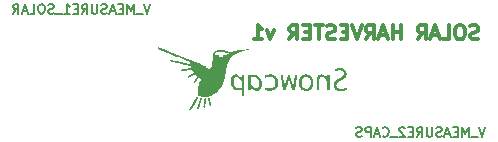
<source format=gbo>
G04 (created by PCBNEW (2013-dec-23)-stable) date Mon 21 Jul 2014 03:55:54 PM UTC*
%MOIN*%
G04 Gerber Fmt 3.4, Leading zero omitted, Abs format*
%FSLAX34Y34*%
G01*
G70*
G90*
G04 APERTURE LIST*
%ADD10C,0.00590551*%
%ADD11C,0.011811*%
%ADD12C,0.00787402*%
%ADD13C,0.0001*%
G04 APERTURE END LIST*
G54D10*
G54D11*
X26734Y-16968D02*
X26667Y-16991D01*
X26554Y-16991D01*
X26509Y-16968D01*
X26487Y-16946D01*
X26464Y-16901D01*
X26464Y-16856D01*
X26487Y-16811D01*
X26509Y-16788D01*
X26554Y-16766D01*
X26644Y-16743D01*
X26689Y-16721D01*
X26712Y-16698D01*
X26734Y-16653D01*
X26734Y-16608D01*
X26712Y-16563D01*
X26689Y-16541D01*
X26644Y-16518D01*
X26532Y-16518D01*
X26464Y-16541D01*
X26172Y-16518D02*
X26082Y-16518D01*
X26037Y-16541D01*
X25992Y-16586D01*
X25969Y-16676D01*
X25969Y-16833D01*
X25992Y-16923D01*
X26037Y-16968D01*
X26082Y-16991D01*
X26172Y-16991D01*
X26217Y-16968D01*
X26262Y-16923D01*
X26284Y-16833D01*
X26284Y-16676D01*
X26262Y-16586D01*
X26217Y-16541D01*
X26172Y-16518D01*
X25542Y-16991D02*
X25767Y-16991D01*
X25767Y-16518D01*
X25407Y-16856D02*
X25182Y-16856D01*
X25452Y-16991D02*
X25294Y-16518D01*
X25137Y-16991D01*
X24709Y-16991D02*
X24867Y-16766D01*
X24979Y-16991D02*
X24979Y-16518D01*
X24799Y-16518D01*
X24754Y-16541D01*
X24732Y-16563D01*
X24709Y-16608D01*
X24709Y-16676D01*
X24732Y-16721D01*
X24754Y-16743D01*
X24799Y-16766D01*
X24979Y-16766D01*
X24147Y-16991D02*
X24147Y-16518D01*
X24147Y-16743D02*
X23877Y-16743D01*
X23877Y-16991D02*
X23877Y-16518D01*
X23674Y-16856D02*
X23449Y-16856D01*
X23719Y-16991D02*
X23562Y-16518D01*
X23404Y-16991D01*
X22977Y-16991D02*
X23134Y-16766D01*
X23247Y-16991D02*
X23247Y-16518D01*
X23067Y-16518D01*
X23022Y-16541D01*
X22999Y-16563D01*
X22977Y-16608D01*
X22977Y-16676D01*
X22999Y-16721D01*
X23022Y-16743D01*
X23067Y-16766D01*
X23247Y-16766D01*
X22842Y-16518D02*
X22685Y-16991D01*
X22527Y-16518D01*
X22370Y-16743D02*
X22212Y-16743D01*
X22145Y-16991D02*
X22370Y-16991D01*
X22370Y-16518D01*
X22145Y-16518D01*
X21965Y-16968D02*
X21897Y-16991D01*
X21785Y-16991D01*
X21740Y-16968D01*
X21717Y-16946D01*
X21695Y-16901D01*
X21695Y-16856D01*
X21717Y-16811D01*
X21740Y-16788D01*
X21785Y-16766D01*
X21875Y-16743D01*
X21920Y-16721D01*
X21942Y-16698D01*
X21965Y-16653D01*
X21965Y-16608D01*
X21942Y-16563D01*
X21920Y-16541D01*
X21875Y-16518D01*
X21762Y-16518D01*
X21695Y-16541D01*
X21560Y-16518D02*
X21290Y-16518D01*
X21425Y-16991D02*
X21425Y-16518D01*
X21132Y-16743D02*
X20975Y-16743D01*
X20907Y-16991D02*
X21132Y-16991D01*
X21132Y-16518D01*
X20907Y-16518D01*
X20435Y-16991D02*
X20592Y-16766D01*
X20705Y-16991D02*
X20705Y-16518D01*
X20525Y-16518D01*
X20480Y-16541D01*
X20457Y-16563D01*
X20435Y-16608D01*
X20435Y-16676D01*
X20457Y-16721D01*
X20480Y-16743D01*
X20525Y-16766D01*
X20705Y-16766D01*
X19917Y-16676D02*
X19805Y-16991D01*
X19692Y-16676D01*
X19265Y-16991D02*
X19535Y-16991D01*
X19400Y-16991D02*
X19400Y-16518D01*
X19445Y-16586D01*
X19490Y-16631D01*
X19535Y-16653D01*
G54D12*
X26967Y-19912D02*
X26862Y-20227D01*
X26757Y-19912D01*
X26727Y-20257D02*
X26487Y-20257D01*
X26412Y-20227D02*
X26412Y-19912D01*
X26307Y-20137D01*
X26202Y-19912D01*
X26202Y-20227D01*
X26052Y-20062D02*
X25947Y-20062D01*
X25902Y-20227D02*
X26052Y-20227D01*
X26052Y-19912D01*
X25902Y-19912D01*
X25782Y-20137D02*
X25632Y-20137D01*
X25812Y-20227D02*
X25707Y-19912D01*
X25602Y-20227D01*
X25512Y-20212D02*
X25467Y-20227D01*
X25392Y-20227D01*
X25362Y-20212D01*
X25347Y-20197D01*
X25332Y-20167D01*
X25332Y-20137D01*
X25347Y-20107D01*
X25362Y-20092D01*
X25392Y-20077D01*
X25452Y-20062D01*
X25482Y-20047D01*
X25497Y-20032D01*
X25512Y-20002D01*
X25512Y-19972D01*
X25497Y-19942D01*
X25482Y-19927D01*
X25452Y-19912D01*
X25377Y-19912D01*
X25332Y-19927D01*
X25197Y-19912D02*
X25197Y-20167D01*
X25182Y-20197D01*
X25167Y-20212D01*
X25137Y-20227D01*
X25077Y-20227D01*
X25047Y-20212D01*
X25032Y-20197D01*
X25017Y-20167D01*
X25017Y-19912D01*
X24687Y-20227D02*
X24792Y-20077D01*
X24867Y-20227D02*
X24867Y-19912D01*
X24747Y-19912D01*
X24717Y-19927D01*
X24702Y-19942D01*
X24687Y-19972D01*
X24687Y-20017D01*
X24702Y-20047D01*
X24717Y-20062D01*
X24747Y-20077D01*
X24867Y-20077D01*
X24552Y-20062D02*
X24447Y-20062D01*
X24402Y-20227D02*
X24552Y-20227D01*
X24552Y-19912D01*
X24402Y-19912D01*
X24282Y-19942D02*
X24267Y-19927D01*
X24237Y-19912D01*
X24162Y-19912D01*
X24132Y-19927D01*
X24117Y-19942D01*
X24102Y-19972D01*
X24102Y-20002D01*
X24117Y-20047D01*
X24297Y-20227D01*
X24102Y-20227D01*
X24042Y-20257D02*
X23802Y-20257D01*
X23547Y-20197D02*
X23562Y-20212D01*
X23607Y-20227D01*
X23637Y-20227D01*
X23682Y-20212D01*
X23712Y-20182D01*
X23727Y-20152D01*
X23742Y-20092D01*
X23742Y-20047D01*
X23727Y-19987D01*
X23712Y-19957D01*
X23682Y-19927D01*
X23637Y-19912D01*
X23607Y-19912D01*
X23562Y-19927D01*
X23547Y-19942D01*
X23427Y-20137D02*
X23277Y-20137D01*
X23457Y-20227D02*
X23352Y-19912D01*
X23247Y-20227D01*
X23142Y-20227D02*
X23142Y-19912D01*
X23022Y-19912D01*
X22992Y-19927D01*
X22977Y-19942D01*
X22962Y-19972D01*
X22962Y-20017D01*
X22977Y-20047D01*
X22992Y-20062D01*
X23022Y-20077D01*
X23142Y-20077D01*
X22842Y-20212D02*
X22797Y-20227D01*
X22722Y-20227D01*
X22692Y-20212D01*
X22677Y-20197D01*
X22662Y-20167D01*
X22662Y-20137D01*
X22677Y-20107D01*
X22692Y-20092D01*
X22722Y-20077D01*
X22782Y-20062D01*
X22812Y-20047D01*
X22827Y-20032D01*
X22842Y-20002D01*
X22842Y-19972D01*
X22827Y-19942D01*
X22812Y-19927D01*
X22782Y-19912D01*
X22707Y-19912D01*
X22662Y-19927D01*
X15802Y-15812D02*
X15697Y-16127D01*
X15592Y-15812D01*
X15562Y-16157D02*
X15322Y-16157D01*
X15247Y-16127D02*
X15247Y-15812D01*
X15142Y-16037D01*
X15037Y-15812D01*
X15037Y-16127D01*
X14887Y-15962D02*
X14782Y-15962D01*
X14737Y-16127D02*
X14887Y-16127D01*
X14887Y-15812D01*
X14737Y-15812D01*
X14617Y-16037D02*
X14467Y-16037D01*
X14647Y-16127D02*
X14542Y-15812D01*
X14437Y-16127D01*
X14347Y-16112D02*
X14302Y-16127D01*
X14227Y-16127D01*
X14197Y-16112D01*
X14182Y-16097D01*
X14167Y-16067D01*
X14167Y-16037D01*
X14182Y-16007D01*
X14197Y-15992D01*
X14227Y-15977D01*
X14287Y-15962D01*
X14317Y-15947D01*
X14332Y-15932D01*
X14347Y-15902D01*
X14347Y-15872D01*
X14332Y-15842D01*
X14317Y-15827D01*
X14287Y-15812D01*
X14212Y-15812D01*
X14167Y-15827D01*
X14032Y-15812D02*
X14032Y-16067D01*
X14017Y-16097D01*
X14002Y-16112D01*
X13972Y-16127D01*
X13912Y-16127D01*
X13882Y-16112D01*
X13867Y-16097D01*
X13852Y-16067D01*
X13852Y-15812D01*
X13522Y-16127D02*
X13627Y-15977D01*
X13702Y-16127D02*
X13702Y-15812D01*
X13582Y-15812D01*
X13552Y-15827D01*
X13537Y-15842D01*
X13522Y-15872D01*
X13522Y-15917D01*
X13537Y-15947D01*
X13552Y-15962D01*
X13582Y-15977D01*
X13702Y-15977D01*
X13387Y-15962D02*
X13282Y-15962D01*
X13237Y-16127D02*
X13387Y-16127D01*
X13387Y-15812D01*
X13237Y-15812D01*
X12937Y-16127D02*
X13117Y-16127D01*
X13027Y-16127D02*
X13027Y-15812D01*
X13057Y-15857D01*
X13087Y-15887D01*
X13117Y-15902D01*
X12877Y-16157D02*
X12637Y-16157D01*
X12577Y-16112D02*
X12532Y-16127D01*
X12457Y-16127D01*
X12427Y-16112D01*
X12412Y-16097D01*
X12397Y-16067D01*
X12397Y-16037D01*
X12412Y-16007D01*
X12427Y-15992D01*
X12457Y-15977D01*
X12517Y-15962D01*
X12547Y-15947D01*
X12562Y-15932D01*
X12577Y-15902D01*
X12577Y-15872D01*
X12562Y-15842D01*
X12547Y-15827D01*
X12517Y-15812D01*
X12442Y-15812D01*
X12397Y-15827D01*
X12202Y-15812D02*
X12142Y-15812D01*
X12112Y-15827D01*
X12082Y-15857D01*
X12067Y-15917D01*
X12067Y-16022D01*
X12082Y-16082D01*
X12112Y-16112D01*
X12142Y-16127D01*
X12202Y-16127D01*
X12232Y-16112D01*
X12262Y-16082D01*
X12277Y-16022D01*
X12277Y-15917D01*
X12262Y-15857D01*
X12232Y-15827D01*
X12202Y-15812D01*
X11782Y-16127D02*
X11932Y-16127D01*
X11932Y-15812D01*
X11692Y-16037D02*
X11542Y-16037D01*
X11722Y-16127D02*
X11617Y-15812D01*
X11512Y-16127D01*
X11227Y-16127D02*
X11332Y-15977D01*
X11407Y-16127D02*
X11407Y-15812D01*
X11287Y-15812D01*
X11257Y-15827D01*
X11242Y-15842D01*
X11227Y-15872D01*
X11227Y-15917D01*
X11242Y-15947D01*
X11257Y-15962D01*
X11287Y-15977D01*
X11407Y-15977D01*
G54D13*
G36*
X17388Y-18922D02*
X17386Y-18929D01*
X17382Y-18941D01*
X17376Y-18958D01*
X17367Y-18977D01*
X17357Y-18999D01*
X17345Y-19024D01*
X17332Y-19049D01*
X17319Y-19075D01*
X17305Y-19102D01*
X17291Y-19127D01*
X17278Y-19151D01*
X17267Y-19169D01*
X17253Y-19193D01*
X17238Y-19217D01*
X17222Y-19241D01*
X17206Y-19265D01*
X17191Y-19286D01*
X17177Y-19306D01*
X17165Y-19322D01*
X17155Y-19335D01*
X17148Y-19342D01*
X17137Y-19349D01*
X17125Y-19350D01*
X17116Y-19348D01*
X17109Y-19343D01*
X17103Y-19336D01*
X17099Y-19328D01*
X17099Y-19319D01*
X17102Y-19309D01*
X17110Y-19295D01*
X17121Y-19280D01*
X17159Y-19226D01*
X17197Y-19168D01*
X17233Y-19107D01*
X17267Y-19044D01*
X17298Y-18981D01*
X17311Y-18954D01*
X17318Y-18937D01*
X17325Y-18923D01*
X17331Y-18911D01*
X17336Y-18902D01*
X17338Y-18900D01*
X17348Y-18893D01*
X17359Y-18891D01*
X17370Y-18893D01*
X17380Y-18900D01*
X17386Y-18911D01*
X17388Y-18922D01*
X17388Y-18922D01*
X17388Y-18922D01*
G37*
G36*
X17519Y-18963D02*
X17518Y-18970D01*
X17517Y-18976D01*
X17514Y-18986D01*
X17509Y-19001D01*
X17504Y-19020D01*
X17497Y-19042D01*
X17489Y-19067D01*
X17481Y-19094D01*
X17473Y-19121D01*
X17465Y-19149D01*
X17456Y-19177D01*
X17448Y-19203D01*
X17440Y-19228D01*
X17433Y-19251D01*
X17427Y-19270D01*
X17423Y-19285D01*
X17419Y-19296D01*
X17417Y-19301D01*
X17411Y-19314D01*
X17401Y-19322D01*
X17389Y-19324D01*
X17387Y-19324D01*
X17375Y-19322D01*
X17367Y-19317D01*
X17361Y-19307D01*
X17359Y-19297D01*
X17360Y-19292D01*
X17363Y-19282D01*
X17367Y-19267D01*
X17372Y-19249D01*
X17379Y-19227D01*
X17386Y-19202D01*
X17394Y-19175D01*
X17402Y-19148D01*
X17410Y-19119D01*
X17419Y-19091D01*
X17427Y-19064D01*
X17435Y-19038D01*
X17442Y-19014D01*
X17449Y-18994D01*
X17455Y-18977D01*
X17459Y-18964D01*
X17462Y-18956D01*
X17462Y-18955D01*
X17470Y-18944D01*
X17480Y-18938D01*
X17492Y-18937D01*
X17503Y-18940D01*
X17513Y-18949D01*
X17517Y-18955D01*
X17519Y-18963D01*
X17519Y-18963D01*
X17519Y-18963D01*
G37*
G36*
X17657Y-18988D02*
X17656Y-18997D01*
X17655Y-19010D01*
X17654Y-19027D01*
X17652Y-19049D01*
X17649Y-19075D01*
X17646Y-19101D01*
X17643Y-19129D01*
X17641Y-19155D01*
X17638Y-19178D01*
X17636Y-19199D01*
X17634Y-19216D01*
X17633Y-19228D01*
X17632Y-19235D01*
X17632Y-19236D01*
X17628Y-19245D01*
X17622Y-19254D01*
X17621Y-19255D01*
X17610Y-19263D01*
X17599Y-19264D01*
X17587Y-19259D01*
X17583Y-19256D01*
X17580Y-19253D01*
X17578Y-19250D01*
X17576Y-19247D01*
X17574Y-19242D01*
X17574Y-19236D01*
X17574Y-19228D01*
X17574Y-19216D01*
X17575Y-19202D01*
X17577Y-19183D01*
X17579Y-19160D01*
X17582Y-19131D01*
X17585Y-19098D01*
X17586Y-19091D01*
X17590Y-19057D01*
X17593Y-19029D01*
X17596Y-19006D01*
X17598Y-18988D01*
X17600Y-18975D01*
X17602Y-18967D01*
X17604Y-18963D01*
X17604Y-18963D01*
X17613Y-18954D01*
X17624Y-18950D01*
X17636Y-18951D01*
X17646Y-18957D01*
X17653Y-18965D01*
X17655Y-18968D01*
X17656Y-18971D01*
X17656Y-18975D01*
X17657Y-18980D01*
X17657Y-18988D01*
X17657Y-18988D01*
X17657Y-18988D01*
G37*
G36*
X17844Y-19177D02*
X17843Y-19181D01*
X17838Y-19192D01*
X17830Y-19200D01*
X17818Y-19204D01*
X17807Y-19204D01*
X17798Y-19200D01*
X17791Y-19192D01*
X17782Y-19178D01*
X17773Y-19160D01*
X17765Y-19138D01*
X17758Y-19113D01*
X17757Y-19110D01*
X17752Y-19091D01*
X17748Y-19069D01*
X17744Y-19044D01*
X17741Y-19020D01*
X17739Y-18997D01*
X17738Y-18979D01*
X17738Y-18975D01*
X17738Y-18962D01*
X17739Y-18953D01*
X17740Y-18948D01*
X17744Y-18943D01*
X17747Y-18940D01*
X17758Y-18932D01*
X17770Y-18930D01*
X17783Y-18935D01*
X17787Y-18938D01*
X17791Y-18941D01*
X17793Y-18946D01*
X17795Y-18952D01*
X17796Y-18962D01*
X17798Y-18977D01*
X17798Y-18978D01*
X17802Y-19022D01*
X17808Y-19060D01*
X17815Y-19093D01*
X17824Y-19122D01*
X17834Y-19147D01*
X17840Y-19160D01*
X17843Y-19170D01*
X17844Y-19177D01*
X17844Y-19177D01*
X17844Y-19177D01*
G37*
G36*
X19102Y-17332D02*
X19102Y-17335D01*
X19099Y-17337D01*
X19093Y-17338D01*
X19083Y-17339D01*
X19072Y-17340D01*
X19041Y-17342D01*
X19013Y-17345D01*
X18987Y-17349D01*
X18961Y-17354D01*
X18934Y-17360D01*
X18904Y-17368D01*
X18870Y-17377D01*
X18850Y-17383D01*
X18812Y-17396D01*
X18771Y-17411D01*
X18729Y-17428D01*
X18688Y-17447D01*
X18648Y-17467D01*
X18611Y-17487D01*
X18577Y-17507D01*
X18548Y-17526D01*
X18546Y-17528D01*
X18539Y-17534D01*
X18529Y-17545D01*
X18518Y-17559D01*
X18505Y-17577D01*
X18491Y-17596D01*
X18478Y-17615D01*
X18470Y-17626D01*
X18470Y-17479D01*
X18440Y-17467D01*
X18414Y-17458D01*
X18383Y-17448D01*
X18350Y-17438D01*
X18316Y-17428D01*
X18282Y-17420D01*
X18251Y-17413D01*
X18223Y-17407D01*
X18215Y-17406D01*
X18196Y-17404D01*
X18173Y-17402D01*
X18149Y-17401D01*
X18123Y-17401D01*
X18099Y-17401D01*
X18076Y-17402D01*
X18058Y-17404D01*
X18047Y-17406D01*
X18025Y-17412D01*
X18004Y-17421D01*
X17985Y-17431D01*
X17971Y-17443D01*
X17959Y-17458D01*
X17951Y-17480D01*
X17947Y-17498D01*
X17945Y-17511D01*
X17963Y-17520D01*
X17971Y-17524D01*
X17978Y-17526D01*
X17985Y-17527D01*
X17994Y-17528D01*
X18007Y-17527D01*
X18016Y-17527D01*
X18034Y-17525D01*
X18054Y-17523D01*
X18071Y-17521D01*
X18079Y-17520D01*
X18092Y-17518D01*
X18102Y-17517D01*
X18108Y-17516D01*
X18109Y-17517D01*
X18108Y-17518D01*
X18107Y-17518D01*
X18103Y-17521D01*
X18099Y-17528D01*
X18095Y-17536D01*
X18094Y-17543D01*
X18094Y-17543D01*
X18097Y-17552D01*
X18104Y-17560D01*
X18114Y-17568D01*
X18121Y-17571D01*
X18136Y-17574D01*
X18155Y-17574D01*
X18175Y-17572D01*
X18194Y-17567D01*
X18199Y-17565D01*
X18210Y-17559D01*
X18217Y-17553D01*
X18221Y-17546D01*
X18221Y-17545D01*
X18224Y-17534D01*
X18221Y-17523D01*
X18213Y-17514D01*
X18210Y-17511D01*
X18199Y-17503D01*
X18224Y-17503D01*
X18238Y-17502D01*
X18256Y-17501D01*
X18279Y-17500D01*
X18305Y-17497D01*
X18332Y-17495D01*
X18360Y-17492D01*
X18387Y-17490D01*
X18412Y-17487D01*
X18435Y-17484D01*
X18454Y-17481D01*
X18455Y-17481D01*
X18470Y-17479D01*
X18470Y-17626D01*
X18464Y-17635D01*
X18452Y-17653D01*
X18442Y-17670D01*
X18435Y-17684D01*
X18435Y-17684D01*
X18417Y-17720D01*
X18402Y-17756D01*
X18387Y-17792D01*
X18374Y-17829D01*
X18362Y-17868D01*
X18351Y-17909D01*
X18340Y-17954D01*
X18330Y-18002D01*
X18320Y-18055D01*
X18310Y-18112D01*
X18302Y-18163D01*
X18295Y-18205D01*
X18289Y-18241D01*
X18283Y-18273D01*
X18277Y-18300D01*
X18272Y-18326D01*
X18266Y-18349D01*
X18259Y-18370D01*
X18252Y-18392D01*
X18244Y-18413D01*
X18240Y-18423D01*
X18220Y-18471D01*
X18200Y-18515D01*
X18179Y-18555D01*
X18157Y-18591D01*
X18132Y-18626D01*
X18105Y-18659D01*
X18074Y-18693D01*
X18044Y-18723D01*
X18002Y-18761D01*
X17961Y-18793D01*
X17919Y-18821D01*
X17875Y-18845D01*
X17846Y-18859D01*
X17821Y-18870D01*
X17799Y-18878D01*
X17778Y-18885D01*
X17758Y-18890D01*
X17736Y-18894D01*
X17711Y-18897D01*
X17682Y-18900D01*
X17638Y-18903D01*
X17600Y-18905D01*
X17566Y-18904D01*
X17539Y-18901D01*
X17536Y-18900D01*
X17517Y-18897D01*
X17497Y-18892D01*
X17477Y-18887D01*
X17458Y-18882D01*
X17442Y-18876D01*
X17429Y-18872D01*
X17424Y-18869D01*
X17415Y-18862D01*
X17404Y-18853D01*
X17397Y-18847D01*
X17383Y-18832D01*
X17382Y-18799D01*
X17382Y-18747D01*
X17387Y-18692D01*
X17395Y-18634D01*
X17406Y-18574D01*
X17421Y-18513D01*
X17439Y-18453D01*
X17459Y-18393D01*
X17482Y-18335D01*
X17490Y-18318D01*
X17498Y-18300D01*
X17457Y-18275D01*
X17443Y-18266D01*
X17431Y-18259D01*
X17421Y-18253D01*
X17416Y-18250D01*
X17415Y-18250D01*
X17413Y-18252D01*
X17408Y-18259D01*
X17401Y-18271D01*
X17392Y-18286D01*
X17381Y-18303D01*
X17369Y-18323D01*
X17362Y-18334D01*
X17349Y-18355D01*
X17337Y-18375D01*
X17325Y-18393D01*
X17315Y-18408D01*
X17307Y-18420D01*
X17302Y-18427D01*
X17301Y-18428D01*
X17290Y-18437D01*
X17278Y-18439D01*
X17267Y-18434D01*
X17261Y-18430D01*
X17257Y-18425D01*
X17253Y-18421D01*
X17252Y-18416D01*
X17252Y-18410D01*
X17253Y-18402D01*
X17257Y-18393D01*
X17264Y-18380D01*
X17273Y-18364D01*
X17285Y-18344D01*
X17300Y-18319D01*
X17307Y-18307D01*
X17320Y-18286D01*
X17332Y-18266D01*
X17343Y-18249D01*
X17351Y-18235D01*
X17357Y-18224D01*
X17361Y-18218D01*
X17362Y-18217D01*
X17355Y-18212D01*
X17345Y-18204D01*
X17333Y-18194D01*
X17321Y-18183D01*
X17310Y-18173D01*
X17304Y-18167D01*
X17295Y-18158D01*
X17288Y-18150D01*
X17283Y-18146D01*
X17282Y-18146D01*
X17279Y-18147D01*
X17272Y-18152D01*
X17260Y-18159D01*
X17245Y-18169D01*
X17227Y-18181D01*
X17207Y-18194D01*
X17187Y-18207D01*
X17161Y-18224D01*
X17139Y-18239D01*
X17121Y-18250D01*
X17107Y-18258D01*
X17096Y-18264D01*
X17087Y-18267D01*
X17081Y-18269D01*
X17075Y-18268D01*
X17071Y-18266D01*
X17066Y-18262D01*
X17063Y-18259D01*
X17055Y-18248D01*
X17054Y-18236D01*
X17059Y-18224D01*
X17059Y-18224D01*
X17063Y-18220D01*
X17072Y-18213D01*
X17084Y-18204D01*
X17100Y-18193D01*
X17118Y-18180D01*
X17139Y-18166D01*
X17156Y-18154D01*
X17248Y-18094D01*
X17224Y-18051D01*
X17215Y-18036D01*
X17208Y-18023D01*
X17202Y-18013D01*
X17199Y-18007D01*
X17198Y-18006D01*
X17195Y-18006D01*
X17186Y-18007D01*
X17172Y-18008D01*
X17153Y-18010D01*
X17131Y-18013D01*
X17105Y-18016D01*
X17076Y-18019D01*
X17046Y-18023D01*
X17030Y-18026D01*
X16998Y-18030D01*
X16967Y-18034D01*
X16939Y-18037D01*
X16914Y-18041D01*
X16892Y-18043D01*
X16874Y-18045D01*
X16861Y-18047D01*
X16853Y-18048D01*
X16852Y-18048D01*
X16839Y-18045D01*
X16830Y-18037D01*
X16825Y-18025D01*
X16825Y-18023D01*
X16825Y-18009D01*
X16831Y-17998D01*
X16842Y-17992D01*
X16846Y-17991D01*
X16856Y-17989D01*
X16870Y-17987D01*
X16889Y-17984D01*
X16911Y-17981D01*
X16935Y-17977D01*
X16962Y-17974D01*
X16989Y-17970D01*
X17017Y-17966D01*
X17044Y-17962D01*
X17071Y-17959D01*
X17095Y-17955D01*
X17117Y-17953D01*
X17136Y-17950D01*
X17150Y-17948D01*
X17160Y-17947D01*
X17164Y-17947D01*
X17166Y-17947D01*
X17167Y-17946D01*
X17166Y-17943D01*
X17165Y-17937D01*
X17161Y-17927D01*
X17156Y-17913D01*
X17153Y-17904D01*
X17142Y-17873D01*
X16814Y-17802D01*
X16769Y-17792D01*
X16726Y-17783D01*
X16685Y-17774D01*
X16646Y-17765D01*
X16611Y-17757D01*
X16579Y-17750D01*
X16550Y-17744D01*
X16525Y-17738D01*
X16505Y-17734D01*
X16490Y-17730D01*
X16481Y-17728D01*
X16477Y-17726D01*
X16467Y-17719D01*
X16462Y-17709D01*
X16461Y-17701D01*
X16464Y-17688D01*
X16472Y-17679D01*
X16483Y-17674D01*
X16491Y-17673D01*
X16496Y-17673D01*
X16506Y-17675D01*
X16522Y-17678D01*
X16543Y-17683D01*
X16568Y-17688D01*
X16597Y-17694D01*
X16630Y-17701D01*
X16666Y-17708D01*
X16704Y-17716D01*
X16745Y-17725D01*
X16787Y-17734D01*
X16814Y-17740D01*
X16857Y-17749D01*
X16899Y-17758D01*
X16938Y-17767D01*
X16975Y-17775D01*
X17008Y-17782D01*
X17038Y-17788D01*
X17065Y-17794D01*
X17087Y-17799D01*
X17105Y-17803D01*
X17117Y-17805D01*
X17124Y-17807D01*
X17125Y-17807D01*
X17125Y-17804D01*
X17124Y-17795D01*
X17123Y-17784D01*
X17121Y-17769D01*
X17121Y-17769D01*
X17118Y-17753D01*
X17116Y-17742D01*
X17114Y-17735D01*
X17112Y-17731D01*
X17109Y-17729D01*
X17104Y-17727D01*
X17095Y-17724D01*
X17081Y-17718D01*
X17063Y-17712D01*
X17043Y-17704D01*
X17020Y-17695D01*
X17005Y-17689D01*
X16947Y-17667D01*
X16885Y-17642D01*
X16819Y-17616D01*
X16750Y-17589D01*
X16679Y-17560D01*
X16607Y-17531D01*
X16535Y-17502D01*
X16464Y-17473D01*
X16395Y-17445D01*
X16387Y-17441D01*
X16352Y-17427D01*
X16317Y-17412D01*
X16282Y-17398D01*
X16249Y-17384D01*
X16219Y-17372D01*
X16191Y-17360D01*
X16167Y-17350D01*
X16147Y-17342D01*
X16132Y-17336D01*
X16130Y-17335D01*
X16111Y-17327D01*
X16094Y-17320D01*
X16079Y-17313D01*
X16068Y-17308D01*
X16062Y-17304D01*
X16061Y-17304D01*
X16054Y-17294D01*
X16052Y-17283D01*
X16054Y-17271D01*
X16060Y-17261D01*
X16069Y-17254D01*
X16070Y-17254D01*
X16074Y-17253D01*
X16078Y-17252D01*
X16082Y-17252D01*
X16087Y-17254D01*
X16095Y-17256D01*
X16105Y-17260D01*
X16119Y-17265D01*
X16137Y-17273D01*
X16160Y-17282D01*
X16168Y-17285D01*
X16247Y-17318D01*
X16324Y-17350D01*
X16399Y-17381D01*
X16472Y-17411D01*
X16543Y-17440D01*
X16611Y-17467D01*
X16676Y-17494D01*
X16739Y-17519D01*
X16797Y-17542D01*
X16853Y-17564D01*
X16904Y-17585D01*
X16952Y-17604D01*
X16995Y-17620D01*
X17034Y-17635D01*
X17068Y-17648D01*
X17097Y-17659D01*
X17121Y-17668D01*
X17140Y-17674D01*
X17151Y-17678D01*
X17172Y-17684D01*
X17198Y-17693D01*
X17228Y-17703D01*
X17259Y-17714D01*
X17292Y-17727D01*
X17326Y-17739D01*
X17358Y-17752D01*
X17388Y-17764D01*
X17416Y-17776D01*
X17416Y-17776D01*
X17453Y-17792D01*
X17491Y-17811D01*
X17530Y-17830D01*
X17569Y-17850D01*
X17606Y-17871D01*
X17642Y-17891D01*
X17675Y-17910D01*
X17704Y-17929D01*
X17728Y-17946D01*
X17741Y-17956D01*
X17760Y-17970D01*
X17792Y-17945D01*
X17808Y-17933D01*
X17820Y-17923D01*
X17829Y-17916D01*
X17835Y-17910D01*
X17839Y-17905D01*
X17843Y-17900D01*
X17845Y-17896D01*
X17850Y-17884D01*
X17855Y-17871D01*
X17859Y-17855D01*
X17863Y-17837D01*
X17866Y-17815D01*
X17869Y-17790D01*
X17871Y-17760D01*
X17874Y-17726D01*
X17876Y-17686D01*
X17878Y-17641D01*
X17878Y-17640D01*
X17880Y-17601D01*
X17881Y-17569D01*
X17883Y-17541D01*
X17885Y-17518D01*
X17887Y-17499D01*
X17889Y-17483D01*
X17892Y-17469D01*
X17894Y-17457D01*
X17898Y-17447D01*
X17898Y-17446D01*
X17911Y-17420D01*
X17930Y-17398D01*
X17953Y-17379D01*
X17982Y-17364D01*
X18015Y-17352D01*
X18053Y-17344D01*
X18070Y-17342D01*
X18093Y-17340D01*
X18120Y-17339D01*
X18150Y-17340D01*
X18180Y-17342D01*
X18209Y-17344D01*
X18226Y-17347D01*
X18253Y-17351D01*
X18284Y-17358D01*
X18317Y-17366D01*
X18352Y-17375D01*
X18387Y-17385D01*
X18419Y-17395D01*
X18448Y-17405D01*
X18460Y-17410D01*
X18473Y-17415D01*
X18484Y-17419D01*
X18492Y-17422D01*
X18495Y-17423D01*
X18499Y-17422D01*
X18509Y-17419D01*
X18521Y-17415D01*
X18536Y-17409D01*
X18540Y-17407D01*
X18579Y-17391D01*
X18619Y-17378D01*
X18659Y-17366D01*
X18700Y-17356D01*
X18744Y-17347D01*
X18791Y-17340D01*
X18842Y-17334D01*
X18897Y-17330D01*
X18957Y-17327D01*
X18984Y-17325D01*
X19015Y-17324D01*
X19040Y-17324D01*
X19060Y-17323D01*
X19075Y-17324D01*
X19087Y-17324D01*
X19094Y-17325D01*
X19099Y-17327D01*
X19102Y-17329D01*
X19102Y-17332D01*
X19102Y-17332D01*
X19102Y-17332D01*
G37*
G36*
X18935Y-18889D02*
X18891Y-18889D01*
X18847Y-18889D01*
X18847Y-18788D01*
X18847Y-18687D01*
X18847Y-18611D01*
X18847Y-18498D01*
X18847Y-18384D01*
X18827Y-18354D01*
X18805Y-18324D01*
X18783Y-18299D01*
X18759Y-18277D01*
X18736Y-18260D01*
X18713Y-18247D01*
X18690Y-18240D01*
X18669Y-18238D01*
X18666Y-18238D01*
X18645Y-18243D01*
X18627Y-18253D01*
X18611Y-18269D01*
X18598Y-18289D01*
X18588Y-18314D01*
X18581Y-18342D01*
X18577Y-18375D01*
X18577Y-18407D01*
X18580Y-18445D01*
X18587Y-18479D01*
X18597Y-18508D01*
X18612Y-18535D01*
X18630Y-18559D01*
X18640Y-18570D01*
X18660Y-18588D01*
X18680Y-18602D01*
X18700Y-18611D01*
X18717Y-18617D01*
X18732Y-18619D01*
X18751Y-18621D01*
X18773Y-18621D01*
X18795Y-18620D01*
X18816Y-18617D01*
X18819Y-18616D01*
X18847Y-18611D01*
X18847Y-18687D01*
X18838Y-18689D01*
X18828Y-18690D01*
X18813Y-18691D01*
X18794Y-18692D01*
X18774Y-18693D01*
X18754Y-18693D01*
X18734Y-18693D01*
X18717Y-18692D01*
X18704Y-18691D01*
X18700Y-18691D01*
X18663Y-18681D01*
X18628Y-18665D01*
X18597Y-18644D01*
X18568Y-18618D01*
X18543Y-18586D01*
X18521Y-18548D01*
X18518Y-18544D01*
X18503Y-18509D01*
X18493Y-18473D01*
X18486Y-18433D01*
X18483Y-18390D01*
X18483Y-18379D01*
X18484Y-18348D01*
X18486Y-18321D01*
X18491Y-18298D01*
X18497Y-18276D01*
X18507Y-18254D01*
X18508Y-18251D01*
X18517Y-18235D01*
X18525Y-18222D01*
X18535Y-18210D01*
X18545Y-18201D01*
X18568Y-18182D01*
X18591Y-18168D01*
X18614Y-18160D01*
X18640Y-18156D01*
X18641Y-18156D01*
X18664Y-18156D01*
X18685Y-18159D01*
X18706Y-18165D01*
X18730Y-18175D01*
X18737Y-18179D01*
X18771Y-18200D01*
X18802Y-18227D01*
X18827Y-18255D01*
X18847Y-18281D01*
X18848Y-18225D01*
X18849Y-18169D01*
X18892Y-18168D01*
X18935Y-18167D01*
X18935Y-18528D01*
X18935Y-18889D01*
X18935Y-18889D01*
X18935Y-18889D01*
G37*
G36*
X22352Y-18584D02*
X22351Y-18629D01*
X22350Y-18673D01*
X22317Y-18684D01*
X22286Y-18693D01*
X22259Y-18700D01*
X22232Y-18704D01*
X22204Y-18707D01*
X22180Y-18708D01*
X22161Y-18708D01*
X22142Y-18708D01*
X22125Y-18708D01*
X22112Y-18707D01*
X22109Y-18706D01*
X22069Y-18699D01*
X22033Y-18687D01*
X22001Y-18671D01*
X21974Y-18650D01*
X21951Y-18625D01*
X21933Y-18595D01*
X21932Y-18594D01*
X21923Y-18571D01*
X21917Y-18548D01*
X21914Y-18522D01*
X21914Y-18505D01*
X21916Y-18472D01*
X21924Y-18442D01*
X21937Y-18413D01*
X21957Y-18386D01*
X21967Y-18375D01*
X21975Y-18366D01*
X21984Y-18358D01*
X21993Y-18350D01*
X22005Y-18342D01*
X22020Y-18332D01*
X22037Y-18320D01*
X22059Y-18307D01*
X22085Y-18291D01*
X22092Y-18287D01*
X22126Y-18267D01*
X22154Y-18249D01*
X22178Y-18233D01*
X22198Y-18219D01*
X22214Y-18206D01*
X22226Y-18194D01*
X22235Y-18182D01*
X22242Y-18170D01*
X22246Y-18158D01*
X22248Y-18145D01*
X22249Y-18131D01*
X22249Y-18127D01*
X22248Y-18105D01*
X22243Y-18087D01*
X22235Y-18071D01*
X22221Y-18056D01*
X22200Y-18039D01*
X22174Y-18026D01*
X22145Y-18019D01*
X22112Y-18017D01*
X22098Y-18018D01*
X22053Y-18023D01*
X22011Y-18032D01*
X21991Y-18038D01*
X21979Y-18042D01*
X21969Y-18044D01*
X21963Y-18045D01*
X21962Y-18045D01*
X21962Y-18042D01*
X21961Y-18033D01*
X21961Y-18021D01*
X21961Y-18006D01*
X21961Y-17969D01*
X21970Y-17966D01*
X21989Y-17960D01*
X22013Y-17954D01*
X22041Y-17950D01*
X22070Y-17947D01*
X22099Y-17946D01*
X22126Y-17946D01*
X22147Y-17947D01*
X22182Y-17951D01*
X22212Y-17958D01*
X22237Y-17968D01*
X22260Y-17980D01*
X22281Y-17997D01*
X22291Y-18006D01*
X22312Y-18030D01*
X22327Y-18057D01*
X22338Y-18087D01*
X22343Y-18119D01*
X22343Y-18138D01*
X22340Y-18171D01*
X22332Y-18202D01*
X22317Y-18232D01*
X22296Y-18260D01*
X22286Y-18270D01*
X22275Y-18281D01*
X22264Y-18290D01*
X22252Y-18300D01*
X22238Y-18310D01*
X22221Y-18321D01*
X22200Y-18334D01*
X22174Y-18349D01*
X22170Y-18350D01*
X22135Y-18371D01*
X22104Y-18390D01*
X22079Y-18408D01*
X22058Y-18424D01*
X22041Y-18439D01*
X22028Y-18454D01*
X22019Y-18468D01*
X22012Y-18483D01*
X22008Y-18499D01*
X22006Y-18510D01*
X22007Y-18534D01*
X22013Y-18557D01*
X22024Y-18579D01*
X22039Y-18598D01*
X22041Y-18600D01*
X22056Y-18611D01*
X22076Y-18621D01*
X22099Y-18629D01*
X22124Y-18635D01*
X22148Y-18637D01*
X22152Y-18637D01*
X22180Y-18635D01*
X22212Y-18631D01*
X22245Y-18623D01*
X22280Y-18613D01*
X22313Y-18601D01*
X22323Y-18597D01*
X22352Y-18584D01*
X22352Y-18584D01*
X22352Y-18584D01*
G37*
G36*
X19523Y-18461D02*
X19522Y-18505D01*
X19516Y-18548D01*
X19515Y-18555D01*
X19511Y-18570D01*
X19507Y-18585D01*
X19502Y-18598D01*
X19502Y-18599D01*
X19486Y-18626D01*
X19467Y-18650D01*
X19443Y-18671D01*
X19429Y-18680D01*
X19429Y-18467D01*
X19428Y-18442D01*
X19426Y-18418D01*
X19423Y-18397D01*
X19421Y-18387D01*
X19412Y-18356D01*
X19400Y-18329D01*
X19384Y-18306D01*
X19367Y-18287D01*
X19343Y-18266D01*
X19319Y-18251D01*
X19293Y-18241D01*
X19264Y-18235D01*
X19232Y-18235D01*
X19228Y-18235D01*
X19212Y-18236D01*
X19196Y-18238D01*
X19183Y-18240D01*
X19178Y-18241D01*
X19161Y-18245D01*
X19160Y-18359D01*
X19159Y-18472D01*
X19179Y-18502D01*
X19192Y-18521D01*
X19209Y-18541D01*
X19227Y-18560D01*
X19244Y-18577D01*
X19261Y-18591D01*
X19264Y-18593D01*
X19289Y-18607D01*
X19313Y-18616D01*
X19335Y-18618D01*
X19356Y-18615D01*
X19369Y-18609D01*
X19388Y-18594D01*
X19404Y-18574D01*
X19416Y-18549D01*
X19423Y-18529D01*
X19426Y-18512D01*
X19428Y-18491D01*
X19429Y-18467D01*
X19429Y-18680D01*
X19417Y-18687D01*
X19412Y-18690D01*
X19402Y-18694D01*
X19393Y-18696D01*
X19381Y-18699D01*
X19366Y-18701D01*
X19361Y-18701D01*
X19353Y-18702D01*
X19342Y-18701D01*
X19335Y-18700D01*
X19306Y-18693D01*
X19277Y-18681D01*
X19248Y-18665D01*
X19221Y-18645D01*
X19196Y-18622D01*
X19176Y-18598D01*
X19173Y-18593D01*
X19167Y-18584D01*
X19162Y-18577D01*
X19159Y-18574D01*
X19159Y-18574D01*
X19158Y-18577D01*
X19156Y-18585D01*
X19155Y-18596D01*
X19155Y-18599D01*
X19153Y-18613D01*
X19151Y-18631D01*
X19149Y-18648D01*
X19148Y-18655D01*
X19142Y-18688D01*
X19097Y-18688D01*
X19079Y-18688D01*
X19067Y-18687D01*
X19059Y-18687D01*
X19055Y-18686D01*
X19053Y-18684D01*
X19053Y-18682D01*
X19053Y-18682D01*
X19056Y-18671D01*
X19059Y-18659D01*
X19062Y-18647D01*
X19064Y-18634D01*
X19066Y-18619D01*
X19067Y-18602D01*
X19068Y-18582D01*
X19069Y-18559D01*
X19070Y-18532D01*
X19070Y-18502D01*
X19071Y-18466D01*
X19071Y-18425D01*
X19071Y-18379D01*
X19071Y-18371D01*
X19071Y-18168D01*
X19143Y-18166D01*
X19179Y-18165D01*
X19211Y-18164D01*
X19237Y-18163D01*
X19259Y-18163D01*
X19277Y-18164D01*
X19293Y-18164D01*
X19305Y-18166D01*
X19316Y-18168D01*
X19326Y-18170D01*
X19327Y-18170D01*
X19351Y-18178D01*
X19372Y-18188D01*
X19393Y-18200D01*
X19407Y-18211D01*
X19435Y-18236D01*
X19460Y-18266D01*
X19481Y-18300D01*
X19498Y-18337D01*
X19511Y-18377D01*
X19519Y-18418D01*
X19523Y-18461D01*
X19523Y-18461D01*
X19523Y-18461D01*
G37*
G36*
X20065Y-18405D02*
X20064Y-18449D01*
X20063Y-18460D01*
X20056Y-18502D01*
X20044Y-18541D01*
X20026Y-18577D01*
X20003Y-18609D01*
X19981Y-18633D01*
X19950Y-18658D01*
X19916Y-18677D01*
X19879Y-18690D01*
X19839Y-18699D01*
X19795Y-18701D01*
X19762Y-18700D01*
X19714Y-18694D01*
X19664Y-18682D01*
X19658Y-18681D01*
X19633Y-18673D01*
X19632Y-18631D01*
X19632Y-18614D01*
X19632Y-18603D01*
X19633Y-18595D01*
X19634Y-18592D01*
X19635Y-18591D01*
X19637Y-18591D01*
X19647Y-18595D01*
X19662Y-18599D01*
X19679Y-18604D01*
X19697Y-18609D01*
X19713Y-18614D01*
X19727Y-18617D01*
X19735Y-18619D01*
X19751Y-18620D01*
X19771Y-18621D01*
X19792Y-18621D01*
X19814Y-18620D01*
X19833Y-18618D01*
X19849Y-18615D01*
X19856Y-18613D01*
X19883Y-18600D01*
X19907Y-18582D01*
X19927Y-18560D01*
X19944Y-18531D01*
X19949Y-18522D01*
X19959Y-18497D01*
X19966Y-18474D01*
X19969Y-18450D01*
X19970Y-18424D01*
X19968Y-18387D01*
X19960Y-18353D01*
X19948Y-18322D01*
X19932Y-18295D01*
X19912Y-18271D01*
X19888Y-18253D01*
X19860Y-18238D01*
X19841Y-18232D01*
X19824Y-18229D01*
X19803Y-18228D01*
X19780Y-18228D01*
X19757Y-18229D01*
X19737Y-18232D01*
X19737Y-18232D01*
X19724Y-18236D01*
X19707Y-18240D01*
X19689Y-18246D01*
X19678Y-18250D01*
X19663Y-18255D01*
X19651Y-18260D01*
X19642Y-18263D01*
X19637Y-18264D01*
X19635Y-18265D01*
X19634Y-18263D01*
X19632Y-18258D01*
X19632Y-18250D01*
X19632Y-18238D01*
X19632Y-18225D01*
X19632Y-18184D01*
X19655Y-18177D01*
X19692Y-18168D01*
X19729Y-18161D01*
X19765Y-18157D01*
X19800Y-18155D01*
X19832Y-18156D01*
X19855Y-18159D01*
X19892Y-18170D01*
X19926Y-18184D01*
X19957Y-18205D01*
X19979Y-18224D01*
X20008Y-18255D01*
X20030Y-18288D01*
X20047Y-18325D01*
X20059Y-18364D01*
X20065Y-18405D01*
X20065Y-18405D01*
X20065Y-18405D01*
G37*
G36*
X21240Y-18429D02*
X21240Y-18450D01*
X21240Y-18467D01*
X21239Y-18479D01*
X21238Y-18490D01*
X21235Y-18501D01*
X21233Y-18513D01*
X21232Y-18514D01*
X21219Y-18553D01*
X21201Y-18588D01*
X21179Y-18619D01*
X21153Y-18646D01*
X21148Y-18651D01*
X21146Y-18652D01*
X21146Y-18428D01*
X21146Y-18406D01*
X21146Y-18390D01*
X21145Y-18377D01*
X21144Y-18367D01*
X21142Y-18357D01*
X21139Y-18348D01*
X21139Y-18346D01*
X21127Y-18313D01*
X21111Y-18286D01*
X21092Y-18263D01*
X21069Y-18246D01*
X21057Y-18239D01*
X21046Y-18234D01*
X21035Y-18231D01*
X21024Y-18229D01*
X21009Y-18228D01*
X21006Y-18228D01*
X20976Y-18229D01*
X20950Y-18234D01*
X20926Y-18245D01*
X20906Y-18260D01*
X20895Y-18272D01*
X20878Y-18295D01*
X20864Y-18322D01*
X20855Y-18354D01*
X20849Y-18389D01*
X20847Y-18426D01*
X20848Y-18461D01*
X20854Y-18499D01*
X20864Y-18532D01*
X20878Y-18561D01*
X20895Y-18585D01*
X20916Y-18604D01*
X20939Y-18617D01*
X20962Y-18626D01*
X20986Y-18630D01*
X21012Y-18629D01*
X21022Y-18628D01*
X21050Y-18620D01*
X21074Y-18607D01*
X21096Y-18589D01*
X21114Y-18565D01*
X21124Y-18549D01*
X21131Y-18532D01*
X21137Y-18517D01*
X21141Y-18503D01*
X21144Y-18487D01*
X21145Y-18469D01*
X21146Y-18446D01*
X21146Y-18428D01*
X21146Y-18652D01*
X21122Y-18669D01*
X21091Y-18684D01*
X21057Y-18695D01*
X21021Y-18701D01*
X20984Y-18702D01*
X20966Y-18700D01*
X20929Y-18693D01*
X20895Y-18681D01*
X20863Y-18663D01*
X20835Y-18640D01*
X20810Y-18613D01*
X20790Y-18581D01*
X20773Y-18546D01*
X20761Y-18507D01*
X20760Y-18499D01*
X20757Y-18486D01*
X20755Y-18474D01*
X20754Y-18461D01*
X20754Y-18445D01*
X20754Y-18426D01*
X20755Y-18417D01*
X20756Y-18393D01*
X20757Y-18373D01*
X20759Y-18356D01*
X20763Y-18341D01*
X20768Y-18325D01*
X20774Y-18306D01*
X20775Y-18305D01*
X20788Y-18277D01*
X20806Y-18250D01*
X20827Y-18225D01*
X20850Y-18202D01*
X20874Y-18186D01*
X20898Y-18173D01*
X20922Y-18165D01*
X20949Y-18159D01*
X20979Y-18156D01*
X20986Y-18156D01*
X21022Y-18156D01*
X21054Y-18160D01*
X21083Y-18168D01*
X21110Y-18179D01*
X21125Y-18188D01*
X21154Y-18210D01*
X21179Y-18237D01*
X21201Y-18267D01*
X21218Y-18302D01*
X21232Y-18339D01*
X21234Y-18346D01*
X21236Y-18358D01*
X21238Y-18369D01*
X21239Y-18381D01*
X21240Y-18395D01*
X21240Y-18413D01*
X21240Y-18429D01*
X21240Y-18429D01*
X21240Y-18429D01*
G37*
G36*
X20704Y-18168D02*
X20702Y-18176D01*
X20701Y-18181D01*
X20700Y-18191D01*
X20697Y-18206D01*
X20694Y-18226D01*
X20690Y-18251D01*
X20685Y-18279D01*
X20680Y-18310D01*
X20675Y-18345D01*
X20669Y-18381D01*
X20662Y-18419D01*
X20661Y-18429D01*
X20654Y-18468D01*
X20649Y-18505D01*
X20643Y-18539D01*
X20638Y-18571D01*
X20633Y-18600D01*
X20629Y-18625D01*
X20625Y-18647D01*
X20623Y-18663D01*
X20621Y-18674D01*
X20620Y-18680D01*
X20620Y-18681D01*
X20619Y-18683D01*
X20617Y-18685D01*
X20613Y-18687D01*
X20606Y-18687D01*
X20595Y-18688D01*
X20579Y-18688D01*
X20576Y-18688D01*
X20534Y-18688D01*
X20491Y-18520D01*
X20483Y-18487D01*
X20475Y-18455D01*
X20467Y-18425D01*
X20460Y-18396D01*
X20454Y-18371D01*
X20448Y-18349D01*
X20444Y-18332D01*
X20442Y-18320D01*
X20441Y-18317D01*
X20438Y-18302D01*
X20435Y-18291D01*
X20434Y-18284D01*
X20432Y-18281D01*
X20431Y-18284D01*
X20429Y-18292D01*
X20426Y-18303D01*
X20423Y-18317D01*
X20421Y-18326D01*
X20417Y-18342D01*
X20412Y-18361D01*
X20405Y-18385D01*
X20397Y-18412D01*
X20389Y-18441D01*
X20380Y-18472D01*
X20370Y-18505D01*
X20366Y-18519D01*
X20316Y-18686D01*
X20276Y-18687D01*
X20235Y-18688D01*
X20193Y-18430D01*
X20187Y-18391D01*
X20181Y-18353D01*
X20175Y-18317D01*
X20170Y-18285D01*
X20165Y-18255D01*
X20161Y-18229D01*
X20158Y-18207D01*
X20155Y-18190D01*
X20153Y-18178D01*
X20152Y-18171D01*
X20152Y-18170D01*
X20155Y-18169D01*
X20162Y-18168D01*
X20173Y-18168D01*
X20185Y-18168D01*
X20198Y-18168D01*
X20208Y-18168D01*
X20215Y-18169D01*
X20218Y-18170D01*
X20218Y-18174D01*
X20220Y-18183D01*
X20222Y-18197D01*
X20225Y-18215D01*
X20228Y-18236D01*
X20232Y-18260D01*
X20235Y-18281D01*
X20240Y-18311D01*
X20245Y-18343D01*
X20250Y-18375D01*
X20255Y-18406D01*
X20259Y-18434D01*
X20263Y-18457D01*
X20264Y-18464D01*
X20267Y-18485D01*
X20270Y-18505D01*
X20273Y-18522D01*
X20275Y-18535D01*
X20276Y-18543D01*
X20277Y-18546D01*
X20278Y-18547D01*
X20280Y-18544D01*
X20282Y-18536D01*
X20286Y-18522D01*
X20288Y-18514D01*
X20290Y-18503D01*
X20295Y-18487D01*
X20300Y-18466D01*
X20307Y-18442D01*
X20315Y-18415D01*
X20323Y-18385D01*
X20332Y-18354D01*
X20342Y-18323D01*
X20342Y-18322D01*
X20387Y-18169D01*
X20426Y-18169D01*
X20465Y-18169D01*
X20507Y-18328D01*
X20515Y-18360D01*
X20523Y-18391D01*
X20531Y-18420D01*
X20537Y-18448D01*
X20543Y-18472D01*
X20548Y-18492D01*
X20552Y-18508D01*
X20554Y-18518D01*
X20554Y-18520D01*
X20556Y-18533D01*
X20558Y-18543D01*
X20560Y-18550D01*
X20560Y-18551D01*
X20562Y-18548D01*
X20563Y-18539D01*
X20566Y-18525D01*
X20570Y-18505D01*
X20574Y-18480D01*
X20579Y-18448D01*
X20585Y-18411D01*
X20592Y-18368D01*
X20598Y-18328D01*
X20602Y-18298D01*
X20607Y-18269D01*
X20611Y-18243D01*
X20615Y-18220D01*
X20618Y-18201D01*
X20620Y-18186D01*
X20622Y-18176D01*
X20623Y-18172D01*
X20623Y-18172D01*
X20626Y-18170D01*
X20633Y-18169D01*
X20644Y-18168D01*
X20662Y-18168D01*
X20664Y-18168D01*
X20704Y-18168D01*
X20704Y-18168D01*
X20704Y-18168D01*
G37*
G36*
X21781Y-18688D02*
X21739Y-18688D01*
X21696Y-18688D01*
X21696Y-18536D01*
X21696Y-18385D01*
X21685Y-18366D01*
X21667Y-18338D01*
X21646Y-18312D01*
X21623Y-18290D01*
X21600Y-18270D01*
X21576Y-18254D01*
X21552Y-18243D01*
X21529Y-18236D01*
X21508Y-18234D01*
X21507Y-18234D01*
X21487Y-18239D01*
X21470Y-18250D01*
X21456Y-18265D01*
X21445Y-18283D01*
X21441Y-18298D01*
X21440Y-18306D01*
X21439Y-18319D01*
X21438Y-18338D01*
X21437Y-18363D01*
X21437Y-18394D01*
X21436Y-18431D01*
X21436Y-18473D01*
X21435Y-18501D01*
X21434Y-18688D01*
X21392Y-18688D01*
X21349Y-18688D01*
X21349Y-18515D01*
X21350Y-18469D01*
X21350Y-18428D01*
X21350Y-18393D01*
X21351Y-18362D01*
X21352Y-18336D01*
X21353Y-18314D01*
X21354Y-18295D01*
X21356Y-18279D01*
X21358Y-18265D01*
X21361Y-18254D01*
X21365Y-18244D01*
X21368Y-18234D01*
X21372Y-18227D01*
X21386Y-18206D01*
X21405Y-18188D01*
X21427Y-18173D01*
X21453Y-18163D01*
X21480Y-18156D01*
X21500Y-18155D01*
X21532Y-18158D01*
X21563Y-18167D01*
X21595Y-18182D01*
X21625Y-18202D01*
X21632Y-18208D01*
X21643Y-18217D01*
X21652Y-18227D01*
X21662Y-18237D01*
X21673Y-18251D01*
X21687Y-18268D01*
X21687Y-18269D01*
X21696Y-18279D01*
X21696Y-18224D01*
X21696Y-18168D01*
X21739Y-18168D01*
X21781Y-18168D01*
X21781Y-18428D01*
X21781Y-18688D01*
X21781Y-18688D01*
X21781Y-18688D01*
G37*
M02*

</source>
